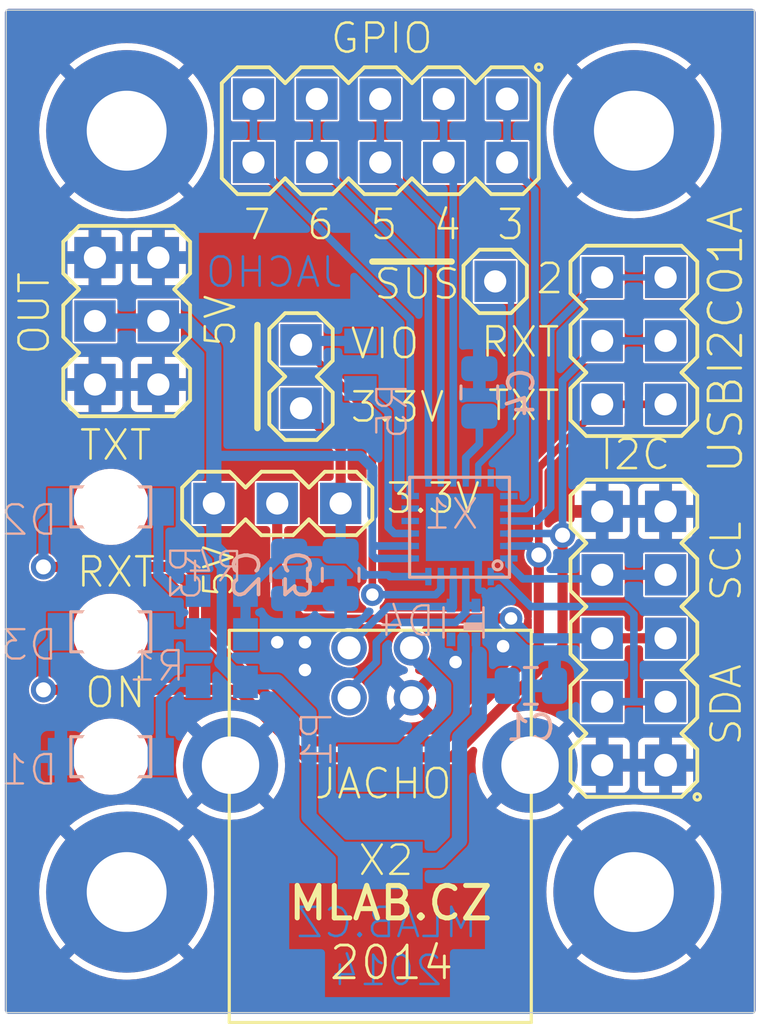
<source format=kicad_pcb>
(kicad_pcb (version 20171130) (host pcbnew "(5.1.4-0-10_14)")
  (title_block (rev "I2CUSB01A") (company "MLAB"))
  (layers (0 F.Cu signal) (31 B.Cu signal hide) (34 B.Paste user) (35 F.Paste user) (36 B.SilkS user) (37 F.SilkS user) (38 B.Mask user) (39 F.Mask user) (44 Edge.Cuts user))
  (net 0 "")
  (net 1 "GND")
  (net 2 "+3.3V")
  (net 3 "+5V")
  (net 4 "Net-(C4-Pad1)")
  (net 5 "Net-(D1-PadA)")
  (net 6 "Net-(D2-PadA)")
  (net 7 "Net-(D2-PadK)")
  (net 8 "Net-(D3-PadA)")
  (net 9 "Net-(P1-Pad1)")
  (net 10 "Net-(R5-Pad1)")
  (net 11 "Net-(R5-Pad2)")
  (net 12 "Net-(SV5-Pad1)")
  (net 13 "Net-(X1-PadP$15)")
  (net 14 "Net-(X1-PadP$14)")
  (net 15 "Net-(X1-PadP$13)")
  (net 16 "Net-(X1-PadP$12)")
  (net 17 "Net-(SV7-Pad1)")
  (net 18 "Net-(D4-Pad4)")
  (net 19 "Net-(D4-Pad5)")
  (net 22 "Net-(X1-PadP$22)")
  (net 23 "Net-(X1-PadP$21)")
  (net 24 "Net-(X1-PadP$1)")
  (net 25 "Net-(SV3-Pad2)")
  (net 26 "Net-(X1-PadP$24)")
  (module "untitled:SROUB3M" (layer "F.Cu") (at 138.3411 89.7636)
    (fp_text reference "X4" hide)
    (fp_text value "SROUB3M" hide)
    (pad "P$1" thru_hole circle (at 0 0) (size 6.4516 6.4516) (drill 3.2) (layers *.Cu *.Mask) (net 1 "GND"))
  )
  (module "untitled:SROUB3M" (layer "F.Cu") (at 138.3411 120.2436)
    (fp_text reference "X3" hide)
    (fp_text value "SROUB3M" hide)
    (pad "P$1" thru_hole circle (at 0 0) (size 6.4516 6.4516) (drill 3.2) (layers *.Cu *.Mask) (net 1 "GND"))
  )
  (module "untitled:MA01-1" (layer "F.Cu") (at 153.10485 95.7961)
    (fp_text reference "SV7" hide)
    (fp_text value "MA01-1")
    (pad "1" thru_hole rect (at 0 0 90) (size 1.651 1.651) (drill 0.889) (layers *.Cu *.Mask) (net 17 "Net-(SV7-Pad1)"))
  )
  (module "untitled:MA03-2" (layer "F.Cu") (at 158.6611 98.17735 90)
    (fp_text reference "SV4" hide)
    (fp_text value "MA03-2")
    (pad "1" thru_hole rect (at -2.54 1.27 90) (size 1.651 1.651) (drill 0.889) (layers *.Cu *.Mask) (net 7 "Net-(D2-PadK)"))
    (pad "2" thru_hole rect (at -2.54 -1.27 90) (size 1.651 1.651) (drill 0.889) (layers *.Cu *.Mask) (net 7 "Net-(D2-PadK)"))
    (pad "3" thru_hole rect (at 0 1.27 90) (size 1.651 1.651) (drill 0.889) (layers *.Cu *.Mask) (net 22 "Net-(X1-PadP$22)"))
    (pad "4" thru_hole rect (at 0 -1.27 90) (size 1.651 1.651) (drill 0.889) (layers *.Cu *.Mask) (net 22 "Net-(X1-PadP$22)"))
    (pad "5" thru_hole rect (at 2.54 1.27 90) (size 1.651 1.651) (drill 0.889) (layers *.Cu *.Mask) (net 23 "Net-(X1-PadP$21)"))
    (pad "6" thru_hole rect (at 2.54 -1.27 90) (size 1.651 1.651) (drill 0.889) (layers *.Cu *.Mask) (net 23 "Net-(X1-PadP$21)"))
  )
  (module "untitled:SROUB3M" (layer "F.Cu") (at 158.6611 89.7636)
    (fp_text reference "X6" hide)
    (fp_text value "SROUB3M" hide)
    (pad "P$1" thru_hole circle (at 0 0) (size 6.4516 6.4516) (drill 3.2) (layers *.Cu *.Mask) (net 1 "GND"))
  )
  (module "untitled:MA03-1" (layer "F.Cu") (at 144.3736 104.6861 180)
    (fp_text reference "SV3" hide)
    (fp_text value "MA03-1")
    (pad "1" thru_hole rect (at -2.54 0 270) (size 1.651 1.651) (drill 0.889) (layers *.Cu *.Mask) (net 2 "+3.3V"))
    (pad "2" thru_hole rect (at 0 0 270) (size 1.651 1.651) (drill 0.889) (layers *.Cu *.Mask) (net 25 "Net-(SV3-Pad2)"))
    (pad "3" thru_hole rect (at 2.54 0 270) (size 1.651 1.651) (drill 0.889) (layers *.Cu *.Mask) (net 3 "+5V"))
  )
  (module "untitled:MA03-2" (layer "F.Cu") (at 138.3411 97.3836 90)
    (fp_text reference "SV6" hide)
    (fp_text value "MA03-2")
    (pad "1" thru_hole rect (at -2.54 1.27 90) (size 1.651 1.651) (drill 0.889) (layers *.Cu *.Mask) (net 1 "GND"))
    (pad "2" thru_hole rect (at -2.54 -1.27 90) (size 1.651 1.651) (drill 0.889) (layers *.Cu *.Mask) (net 1 "GND"))
    (pad "3" thru_hole rect (at 0 1.27 90) (size 1.651 1.651) (drill 0.889) (layers *.Cu *.Mask) (net 3 "+5V"))
    (pad "4" thru_hole rect (at 0 -1.27 90) (size 1.651 1.651) (drill 0.889) (layers *.Cu *.Mask) (net 3 "+5V"))
    (pad "5" thru_hole rect (at 2.54 1.27 90) (size 1.651 1.651) (drill 0.889) (layers *.Cu *.Mask) (net 1 "GND"))
    (pad "6" thru_hole rect (at 2.54 -1.27 90) (size 1.651 1.651) (drill 0.889) (layers *.Cu *.Mask) (net 1 "GND"))
  )
  (module "untitled:MA05-2" (layer "F.Cu") (at 158.6611 110.0836 90)
    (fp_text reference "SV2" hide)
    (fp_text value "MA05-2")
    (pad "1" thru_hole rect (at -5.08 1.27 90) (size 1.651 1.651) (drill 0.9144) (layers *.Cu *.Mask) (net 1 "GND"))
    (pad "2" thru_hole rect (at -5.08 -1.27 90) (size 1.651 1.651) (drill 0.889) (layers *.Cu *.Mask) (net 1 "GND"))
    (pad "3" thru_hole rect (at -2.54 1.27 90) (size 1.651 1.651) (drill 0.889) (layers *.Cu *.Mask) (net 24 "Net-(X1-PadP$1)"))
    (pad "4" thru_hole rect (at -2.54 -1.27 90) (size 1.651 1.651) (drill 0.889) (layers *.Cu *.Mask) (net 24 "Net-(X1-PadP$1)"))
    (pad "5" thru_hole rect (at 0 1.27 90) (size 1.651 1.651) (drill 0.889) (layers *.Cu *.Mask) (net 25 "Net-(SV3-Pad2)"))
    (pad "6" thru_hole rect (at 0 -1.27 90) (size 1.651 1.651) (drill 0.889) (layers *.Cu *.Mask) (net 25 "Net-(SV3-Pad2)"))
    (pad "7" thru_hole rect (at 2.54 1.27 90) (size 1.651 1.651) (drill 0.889) (layers *.Cu *.Mask) (net 26 "Net-(X1-PadP$24)"))
    (pad "8" thru_hole rect (at 2.54 -1.27 90) (size 1.651 1.651) (drill 0.889) (layers *.Cu *.Mask) (net 26 "Net-(X1-PadP$24)"))
    (pad "9" thru_hole rect (at 5.08 1.27 90) (size 1.651 1.651) (drill 0.889) (layers *.Cu *.Mask) (net 1 "GND"))
    (pad "10" thru_hole rect (at 5.08 -1.27 90) (size 1.651 1.651) (drill 0.889) (layers *.Cu *.Mask) (net 1 "GND"))
  )
  (module "untitled:SROUB3M" (layer "F.Cu") (at 158.6611 120.2436)
    (fp_text reference "X5" hide)
    (fp_text value "SROUB3M" hide)
    (pad "P$1" thru_hole circle (at 0 0) (size 6.4516 6.4516) (drill 3.2) (layers *.Cu *.Mask) (net 1 "GND"))
  )
  (module "untitled:MA05-2" (layer "F.Cu") (at 148.5011 89.7636 180)
    (fp_text reference "SV5" hide)
    (fp_text value "MA05-2")
    (pad "1" thru_hole rect (at -5.08 1.27 180) (size 1.651 1.651) (drill 0.9144) (layers *.Cu *.Mask) (net 12 "Net-(SV5-Pad1)"))
    (pad "2" thru_hole rect (at -5.08 -1.27 180) (size 1.651 1.651) (drill 0.889) (layers *.Cu *.Mask) (net 12 "Net-(SV5-Pad1)"))
    (pad "3" thru_hole rect (at -2.54 1.27 180) (size 1.651 1.651) (drill 0.889) (layers *.Cu *.Mask) (net 13 "Net-(X1-PadP$15)"))
    (pad "4" thru_hole rect (at -2.54 -1.27 180) (size 1.651 1.651) (drill 0.889) (layers *.Cu *.Mask) (net 13 "Net-(X1-PadP$15)"))
    (pad "5" thru_hole rect (at 0 1.27 180) (size 1.651 1.651) (drill 0.889) (layers *.Cu *.Mask) (net 14 "Net-(X1-PadP$14)"))
    (pad "6" thru_hole rect (at 0 -1.27 180) (size 1.651 1.651) (drill 0.889) (layers *.Cu *.Mask) (net 14 "Net-(X1-PadP$14)"))
    (pad "7" thru_hole rect (at 2.54 1.27 180) (size 1.651 1.651) (drill 0.889) (layers *.Cu *.Mask) (net 15 "Net-(X1-PadP$13)"))
    (pad "8" thru_hole rect (at 2.54 -1.27 180) (size 1.651 1.651) (drill 0.889) (layers *.Cu *.Mask) (net 15 "Net-(X1-PadP$13)"))
    (pad "9" thru_hole rect (at 5.08 1.27 180) (size 1.651 1.651) (drill 0.889) (layers *.Cu *.Mask) (net 16 "Net-(X1-PadP$12)"))
    (pad "10" thru_hole rect (at 5.08 -1.27 180) (size 1.651 1.651) (drill 0.889) (layers *.Cu *.Mask) (net 16 "Net-(X1-PadP$12)"))
  )
  (module "untitled:MA02-1" (layer "F.Cu") (at 145.3261 99.6061 90)
    (fp_text reference "SV1" hide)
    (fp_text value "MA02-1" hide)
    (pad "1" thru_hole rect (at -1.27 0 180) (size 1.651 1.651) (drill 0.889) (layers *.Cu *.Mask) (net 2 "+3.3V"))
    (pad "2" thru_hole rect (at 1.27 0 180) (size 1.651 1.651) (drill 0.889) (layers *.Cu *.Mask) (net 11 "Net-(R5-Pad2)"))
  )
  (module "untitled:USB_B" (layer "F.Cu") (at 148.5011 115.1636)
    (fp_text reference "X2" (at -0.9525 3.81) (layer "F.SilkS") (effects (font (size 1.176528 1.176528) (thickness 0.093472)) (justify left)))
    (fp_text value "USB_B")
    (pad "1" thru_hole circle (at 1.25 -4.7) (size 1.4224 1.4224) (drill 0.92) (layers *.Cu *.Mask) (net 9 "Net-(P1-Pad1)"))
    (pad "2" thru_hole circle (at -1.25 -4.7) (size 1.4224 1.4224) (drill 0.92) (layers *.Cu *.Mask) (net 18 "Net-(D4-Pad4)"))
    (pad "3" thru_hole circle (at -1.25 -2.7) (size 1.4224 1.4224) (drill 0.92) (layers *.Cu *.Mask) (net 19 "Net-(D4-Pad5)"))
    (pad "4" thru_hole circle (at 1.25 -2.7) (size 1.4224 1.4224) (drill 0.92) (layers *.Cu *.Mask) (net 1 "GND"))
    (pad "GND" thru_hole circle (at -6 0) (size 3.81 3.81) (drill 2.3) (layers *.Cu *.Mask) (net 1 "GND"))
    (pad "GND2" thru_hole circle (at 6 0) (size 3.81 3.81) (drill 2.3) (layers *.Cu *.Mask) (net 1 "GND"))
  )
  (module "untitled:1206_2" (layer "B.Cu") (at 137.7061 104.8236 -90)
    (fp_text reference "D2" (at 0.53125 2.0575 -180) (layer "B.SilkS") (effects (font (size 1.176528 1.176528) (thickness 0.093472)) (justify left mirror)))
    (fp_text value "CERVENA" hide)
    (pad "" np_thru_hole circle (at 0 0 270) (size 2.7 2.7) (drill 2.7) (layers *.Cu *.Mask))
    (pad "A" smd rect (at 0 -2 270) (size 1.5 1.05) (layers "B.Cu" "B.Paste" "B.Mask") (net 6 "Net-(D2-PadA)"))
    (pad "K" smd rect (at 0 2 270) (size 1.5 1.05) (layers "B.Cu" "B.Paste" "B.Mask") (net 7 "Net-(D2-PadK)"))
  )
  (module "untitled:1812" (layer "B.Cu") (at 148.5011 117.22735 -90)
    (fp_text reference "P1" (at -1.905 2.54 -270) (layer "B.SilkS") (effects (font (size 1.176528 1.176528) (thickness 0.093472)) (justify right mirror)))
    (fp_text value "750mA")
    (pad "1" smd rect (at -1.95 0 270) (size 1.9 3.4) (layers "B.Cu" "B.Paste" "B.Mask") (net 9 "Net-(P1-Pad1)"))
    (pad "2" smd rect (at 1.95 0 270) (size 1.9 3.4) (layers "B.Cu" "B.Paste" "B.Mask") (net 3 "+5V"))
  )
  (module "untitled:0805" (layer "B.Cu") (at 147.70735 99.12985 90)
    (fp_text reference "R5" (at -0.635 1.27 90) (layer "B.SilkS") (effects (font (size 1.176528 1.176528) (thickness 0.093472)) (justify left mirror)))
    (fp_text value "4k7")
    (pad "1" smd rect (at -0.95 0 90) (size 0.9906 1.2954) (layers "B.Cu" "B.Paste" "B.Mask") (net 10 "Net-(R5-Pad1)"))
    (pad "2" smd rect (at 0.95 0 90) (size 0.9906 1.2954) (layers "B.Cu" "B.Paste" "B.Mask") (net 11 "Net-(R5-Pad2)"))
  )
  (module "untitled:1206_2" (layer "B.Cu") (at 137.7061 114.8236 -90)
    (fp_text reference "D1" (at 0.53125 2.0575 -180) (layer "B.SilkS") (effects (font (size 1.176528 1.176528) (thickness 0.093472)) (justify left mirror)))
    (fp_text value "ZELENA" hide)
    (pad "" np_thru_hole circle (at 0 0 270) (size 2.7 2.7) (drill 2.7) (layers *.Cu *.Mask))
    (pad "A" smd rect (at 0 -2 270) (size 1.5 1.05) (layers "B.Cu" "B.Paste" "B.Mask") (net 5 "Net-(D1-PadA)"))
    (pad "K" smd rect (at 0 2 270) (size 1.5 1.05) (layers "B.Cu" "B.Paste" "B.Mask") (net 1 "GND"))
  )
  (module "untitled:0805" (layer "B.Cu") (at 142.1511 108.1786 180)
    (fp_text reference "R4" (at -0.9525 0.9525) (layer "B.SilkS") (effects (font (size 1.176528 1.176528) (thickness 0.093472)) (justify left mirror)))
    (fp_text value "470R")
    (pad "1" smd rect (at -0.95 0 180) (size 0.9906 1.2954) (layers "B.Cu" "B.Paste" "B.Mask") (net 2 "+3.3V"))
    (pad "2" smd rect (at 0.95 0 180) (size 0.9906 1.2954) (layers "B.Cu" "B.Paste" "B.Mask") (net 6 "Net-(D2-PadA)"))
  )
  (module "untitled:0805" (layer "B.Cu") (at 142.1511 109.92485 180)
    (fp_text reference "R3" (at 1.42875 1.27 270) (layer "B.SilkS") (effects (font (size 1.176528 1.176528) (thickness 0.093472)) (justify right mirror)))
    (fp_text value "470R")
    (pad "1" smd rect (at -0.95 0 180) (size 0.9906 1.2954) (layers "B.Cu" "B.Paste" "B.Mask") (net 2 "+3.3V"))
    (pad "2" smd rect (at 0.95 0 180) (size 0.9906 1.2954) (layers "B.Cu" "B.Paste" "B.Mask") (net 8 "Net-(D3-PadA)"))
  )
  (module "Capacitor_SMD:C_0805_2012Metric" (layer "B.Cu") (at 154.5336 111.9886)
    (fp_text reference "C1" (at 0 1.68 180) (layer "B.SilkS") (effects (justify mirror)))
    (fp_text value "1uF")
    (pad "1" smd roundrect (at -0.95 0) (size 1 1.45) (layers "B.Cu" "B.Paste" "B.Mask") (net 3 "+5V"))
    (pad "2" smd roundrect (at 0.95 0) (size 1 1.45) (layers "B.Cu" "B.Paste" "B.Mask") (net 1 "GND"))
  )
  (module "untitled:1206_2" (layer "B.Cu") (at 137.7061 109.8236 -90)
    (fp_text reference "D3" (at 0.53125 2.0575 -180) (layer "B.SilkS") (effects (font (size 1.176528 1.176528) (thickness 0.093472)) (justify left mirror)))
    (fp_text value "CERVENA" hide)
    (pad "" np_thru_hole circle (at 0 0 270) (size 2.7 2.7) (drill 2.7) (layers *.Cu *.Mask))
    (pad "A" smd rect (at 0 -2 270) (size 1.5 1.05) (layers "B.Cu" "B.Paste" "B.Mask") (net 8 "Net-(D3-PadA)"))
    (pad "K" smd rect (at 0 2 270) (size 1.5 1.05) (layers "B.Cu" "B.Paste" "B.Mask") (net 22 "Net-(X1-PadP$22)"))
  )
  (module "Capacitor_SMD:C_0805_2012Metric" (layer "B.Cu") (at 146.9136 107.5436 -90)
    (fp_text reference "C3" (at 0 1.68 90) (layer "B.SilkS") (effects (justify mirror)))
    (fp_text value "100nF")
    (pad "1" smd roundrect (at -0.95 0 270) (size 1 1.45) (layers "B.Cu" "B.Paste" "B.Mask") (net 2 "+3.3V"))
    (pad "2" smd roundrect (at 0.95 0 270) (size 1 1.45) (layers "B.Cu" "B.Paste" "B.Mask") (net 1 "GND"))
  )
  (module "untitled:SOT553" (layer "B.Cu") (at 151.83485 109.4486 180)
    (fp_text reference "D4" (at 1.06375 0.0475) (layer "B.SilkS") (effects (font (size 1.176528 1.176528) (thickness 0.093472)) (justify left mirror)))
    (fp_text value "SP1001-04XTG")
    (pad "1" smd rect (at -0.5 -0.675 180) (size 0.35 0.55) (layers "B.Cu" "B.Paste" "B.Mask") (net 3 "+5V"))
    (pad "2" smd rect (at 0 -0.675 180) (size 0.35 0.55) (layers "B.Cu" "B.Paste" "B.Mask") (net 1 "GND"))
    (pad "3" smd rect (at 0.5 -0.675 180) (size 0.35 0.55) (layers "B.Cu" "B.Paste" "B.Mask"))
    (pad "4" smd rect (at 0.5 0.675) (size 0.35 0.55) (layers "B.Cu" "B.Paste" "B.Mask") (net 18 "Net-(D4-Pad4)"))
    (pad "5" smd rect (at -0.5 0.675) (size 0.35 0.55) (layers "B.Cu" "B.Paste" "B.Mask") (net 19 "Net-(D4-Pad5)"))
  )
  (module "untitled:QFN-24" (layer "B.Cu") (at 151.6761 105.6386 90)
    (fp_text reference "X1" (at 0.5275 0.845 180) (layer "B.SilkS") (effects (font (size 1.176528 1.176528) (thickness 0.093472)) (justify left mirror)))
    (fp_text value "CP2112" hide)
    (pad "P$1" smd rect (at -1.975 1.25 90) (size 0.7 0.25) (layers "B.Cu" "B.Paste" "B.Mask") (net 24 "Net-(X1-PadP$1)"))
    (pad "P$2" smd rect (at -1.975 0.75 90) (size 0.7 0.25) (layers "B.Cu" "B.Paste" "B.Mask") (net 1 "GND"))
    (pad "P$3" smd rect (at -1.975 0.25 90) (size 0.7 0.25) (layers "B.Cu" "B.Paste" "B.Mask") (net 19 "Net-(D4-Pad5)"))
    (pad "P$4" smd rect (at -1.975 -0.25 90) (size 0.7 0.25) (layers "B.Cu" "B.Paste" "B.Mask") (net 18 "Net-(D4-Pad4)"))
    (pad "P$5" smd rect (at -1.975 -0.75 90) (size 0.7 0.25) (layers "B.Cu" "B.Paste" "B.Mask") (net 11 "Net-(R5-Pad2)"))
    (pad "P$6" smd rect (at -1.975 -1.25 90) (size 0.7 0.25) (layers "B.Cu" "B.Paste" "B.Mask") (net 2 "+3.3V"))
    (pad "P$7" smd rect (at -1.25 -1.975) (size 0.7 0.25) (layers "B.Cu" "B.Paste" "B.Mask") (net 3 "+5V"))
    (pad "P$8" smd rect (at -0.75 -1.975) (size 0.7 0.25) (layers "B.Cu" "B.Paste" "B.Mask") (net 3 "+5V"))
    (pad "P$9" smd rect (at -0.25 -1.975) (size 0.7 0.25) (layers "B.Cu" "B.Paste" "B.Mask") (net 10 "Net-(R5-Pad1)"))
    (pad "P$10" smd rect (at 0.25 -1.975) (size 0.7 0.25) (layers "B.Cu" "B.Paste" "B.Mask"))
    (pad "P$11" smd rect (at 0.75 -1.975) (size 0.7 0.25) (layers "B.Cu" "B.Paste" "B.Mask"))
    (pad "P$12" smd rect (at 1.25 -1.975) (size 0.7 0.25) (layers "B.Cu" "B.Paste" "B.Mask") (net 16 "Net-(X1-PadP$12)"))
    (pad "P$13" smd rect (at 1.975 -1.25 270) (size 0.7 0.25) (layers "B.Cu" "B.Paste" "B.Mask") (net 15 "Net-(X1-PadP$13)"))
    (pad "P$14" smd rect (at 1.975 -0.75 270) (size 0.7 0.25) (layers "B.Cu" "B.Paste" "B.Mask") (net 14 "Net-(X1-PadP$14)"))
    (pad "P$15" smd rect (at 1.975 -0.25 270) (size 0.7 0.25) (layers "B.Cu" "B.Paste" "B.Mask") (net 13 "Net-(X1-PadP$15)"))
    (pad "P$16" smd rect (at 1.975 0.25 270) (size 0.7 0.25) (layers "B.Cu" "B.Paste" "B.Mask") (net 4 "Net-(C4-Pad1)"))
    (pad "P$17" smd rect (at 1.975 0.75 270) (size 0.7 0.25) (layers "B.Cu" "B.Paste" "B.Mask") (net 17 "Net-(SV7-Pad1)"))
    (pad "P$18" smd rect (at 1.975 1.25 270) (size 0.7 0.25) (layers "B.Cu" "B.Paste" "B.Mask"))
    (pad "P$19" smd rect (at 1.25 1.975 180) (size 0.7 0.25) (layers "B.Cu" "B.Paste" "B.Mask"))
    (pad "P$20" smd rect (at 0.75 1.975 180) (size 0.7 0.25) (layers "B.Cu" "B.Paste" "B.Mask") (net 12 "Net-(SV5-Pad1)"))
    (pad "P$21" smd rect (at 0.25 1.975 180) (size 0.7 0.25) (layers "B.Cu" "B.Paste" "B.Mask") (net 23 "Net-(X1-PadP$21)"))
    (pad "P$22" smd rect (at -0.25 1.975 180) (size 0.7 0.25) (layers "B.Cu" "B.Paste" "B.Mask") (net 22 "Net-(X1-PadP$22)"))
    (pad "P$23" smd rect (at -0.75 1.975 180) (size 0.7 0.25) (layers "B.Cu" "B.Paste" "B.Mask") (net 7 "Net-(D2-PadK)"))
    (pad "P$24" smd rect (at -1.25 1.975 180) (size 0.7 0.25) (layers "B.Cu" "B.Paste" "B.Mask") (net 26 "Net-(X1-PadP$24)"))
    (pad "P$25" smd rect (at 0 0 90) (size 2.7 2.7) (layers "B.Cu" "B.Paste" "B.Mask") (net 1 "GND"))
  )
  (module "untitled:0805" (layer "B.Cu") (at 142.1511 111.82985)
    (fp_text reference "R1" (at -3.81 -0.635) (layer "B.SilkS") (effects (font (size 1.176528 1.176528) (thickness 0.093472)) (justify right mirror)))
    (fp_text value "470R")
    (pad "1" smd rect (at -0.95 0) (size 0.9906 1.2954) (layers "B.Cu" "B.Paste" "B.Mask") (net 5 "Net-(D1-PadA)"))
    (pad "2" smd rect (at 0.95 0) (size 0.9906 1.2954) (layers "B.Cu" "B.Paste" "B.Mask") (net 3 "+5V"))
  )
  (module "Capacitor_SMD:C_0805_2012Metric" (layer "B.Cu") (at 152.46985 100.2411 90)
    (fp_text reference "C4" (at 0 1.68 270) (layer "B.SilkS") (effects (justify mirror)))
    (fp_text value "4u7")
    (pad "1" smd roundrect (at -0.95 0 90) (size 1 1.45) (layers "B.Cu" "B.Paste" "B.Mask") (net 4 "Net-(C4-Pad1)"))
    (pad "2" smd roundrect (at 0.95 0 90) (size 1 1.45) (layers "B.Cu" "B.Paste" "B.Mask") (net 1 "GND"))
  )
  (module "Capacitor_SMD:C_0805_2012Metric" (layer "B.Cu") (at 144.84985 107.5436 -90)
    (fp_text reference "C2" (at 0 1.68 90) (layer "B.SilkS") (effects (justify mirror)))
    (fp_text value "10uF")
    (pad "1" smd roundrect (at -0.95 0 270) (size 1 1.45) (layers "B.Cu" "B.Paste" "B.Mask") (net 2 "+3.3V"))
    (pad "2" smd roundrect (at 0.95 0 270) (size 1 1.45) (layers "B.Cu" "B.Paste" "B.Mask") (net 1 "GND"))
  )
  (gr_line (start 143.57985 101.66985) (end 143.57985 97.54235) (layer "F.SilkS") (width 0.254))
  (gr_line (start 148.1836 95.00235) (end 151.3586 95.00235) (layer "F.SilkS") (width 0.254))
  (gr_line (start 133.5151 84.9376) (end 133.5151 125.0696) (layer "Edge.Cuts") (width 0.05))
  (gr_line (start 133.5151 125.0696) (end 163.4871 125.0696) (layer "Edge.Cuts") (width 0.05))
  (gr_line (start 163.4871 125.0696) (end 163.4871 84.9376) (layer "Edge.Cuts") (width 0.05))
  (gr_line (start 163.4871 84.9376) (end 133.5151 84.9376) (layer "Edge.Cuts") (width 0.05))
  (gr_text "MLAB.CZ" (at 152.46985 122.1486) (layer "B.Cu") (effects (font (size 1.1684 1.1684) (thickness 0.1016)) (justify left bottom mirror)))
  (gr_text "2014" (at 151.0651 124.0696) (layer "B.Cu") (effects (font (size 1.1684 1.1684) (thickness 0.1016)) (justify left bottom mirror)))
  (gr_text "JACHO" (at 147.07235 96.1136) (layer "B.Cu") (effects (font (size 1.1684 1.1684) (thickness 0.1016)) (justify left bottom mirror)))
  (gr_text "OUT" (at 135.32485 98.81235 90) (layer "F.SilkS") (effects (font (size 1.1684 1.1684) (thickness 0.1016)) (justify left bottom)))
  (gr_text "MLAB.CZ" (at 153.10485 119.9261) (layer "F.SilkS") (effects (font (size 1.3 1.3) (thickness 0.2)) (justify right top)))
  (gr_text "7" (at 142.94485 94.2086) (layer "F.SilkS") (effects (font (size 1.1684 1.1684) (thickness 0.1016)) (justify left bottom)))
  (gr_text "GPIO" (at 146.43735 86.74735) (layer "F.SilkS") (effects (font (size 1.1684 1.1684) (thickness 0.1016)) (justify left bottom)))
  (gr_text "SCL" (at 161.67735 105.3211 90) (layer "F.SilkS") (effects (font (size 1.1684 1.1684) (thickness 0.1016)) (justify right top)))
  (gr_text "JACHO" (at 145.80235 116.59235) (layer "F.SilkS") (effects (font (size 1.1684 1.1684) (thickness 0.1016)) (justify left bottom)))
  (gr_text "6" (at 145.48485 94.2086) (layer "F.SilkS") (effects (font (size 1.1684 1.1684) (thickness 0.1016)) (justify left bottom)))
  (gr_text "2014" (at 151.51735 122.30735) (layer "F.SilkS") (effects (font (size 1.308608 1.308608) (thickness 0.113792)) (justify right top)))
  (gr_text "I2C" (at 157.23235 103.4161) (layer "F.SilkS") (effects (font (size 1.1684 1.1684) (thickness 0.1016)) (justify left bottom)))
  (gr_text "TXT" (at 139.40985 101.66985) (layer "F.SilkS") (effects (font (size 1.1684 1.1684) (thickness 0.1016)) (justify right top)))
  (gr_text "2" (at 155.91985 95.00235) (layer "F.SilkS") (effects (font (size 1.1684 1.1684) (thickness 0.1016)) (justify right top)))
  (gr_text "SUS" (at 148.1836 96.58985) (layer "F.SilkS") (effects (font (size 1.1684 1.1684) (thickness 0.1016)) (justify left bottom)))
  (gr_text "SDA" (at 161.67735 111.0361 90) (layer "F.SilkS") (effects (font (size 1.1684 1.1684) (thickness 0.1016)) (justify right top)))
  (gr_text "5" (at 148.02485 94.2086) (layer "F.SilkS") (effects (font (size 1.1684 1.1684) (thickness 0.1016)) (justify left bottom)))
  (gr_text "TXT" (at 155.7611 100.08235) (layer "F.SilkS") (effects (font (size 1.1684 1.1684) (thickness 0.1016)) (justify right top)))
  (gr_text "USBI2C01A" (at 163.1061 103.57485 90) (layer "F.SilkS") (effects (font (size 1.308608 1.308608) (thickness 0.113792)) (justify left bottom)))
  (gr_text "3.3V" (at 147.2311 101.5111) (layer "F.SilkS") (effects (font (size 1.1684 1.1684) (thickness 0.1016)) (justify left bottom)))
  (gr_text "4" (at 150.56485 94.2086) (layer "F.SilkS") (effects (font (size 1.1684 1.1684) (thickness 0.1016)) (justify left bottom)))
  (gr_text "RXT" (at 139.5686 106.74985) (layer "F.SilkS") (effects (font (size 1.1684 1.1684) (thickness 0.1016)) (justify right top)))
  (gr_text "VIO" (at 147.2311 98.9711) (layer "F.SilkS") (effects (font (size 1.1684 1.1684) (thickness 0.1016)) (justify left bottom)))
  (gr_text "3" (at 153.10485 94.2086) (layer "F.SilkS") (effects (font (size 1.1684 1.1684) (thickness 0.1016)) (justify left bottom)))
  (gr_text "RXT" (at 155.7611 97.54235) (layer "F.SilkS") (effects (font (size 1.1684 1.1684) (thickness 0.1016)) (justify right top)))
  (gr_text "5V" (at 141.35735 106.2736 90) (layer "F.SilkS") (effects (font (size 1.1684 1.1684) (thickness 0.1016)) (justify right top)))
  (gr_text "5V" (at 142.7861 98.49485 90) (layer "F.SilkS") (effects (font (size 1.1684 1.1684) (thickness 0.1016)) (justify left bottom)))
  (gr_text "ON" (at 136.59485 112.9411) (layer "F.SilkS") (effects (font (size 1.1684 1.1684) (thickness 0.1016)) (justify left bottom)))
  (gr_text "3.3V" (at 148.65985 105.16235) (layer "F.SilkS") (effects (font (size 1.1684 1.1684) (thickness 0.1016)) (justify left bottom)))
  (via (at 151.51735 111.0361) (size 0.9064) (drill 0.5) (layers "F.Cu" "B.Cu") (net 1))
  (via (at 153.42235 110.4011) (size 0.9064) (drill 0.5) (layers "F.Cu" "B.Cu") (net 1))
  (via (at 145.48485 111.3536) (size 0.9064) (drill 0.5) (layers "F.Cu" "B.Cu") (net 1))
  (via (at 145.48485 110.24235) (size 0.9064) (drill 0.5) (layers "F.Cu" "B.Cu") (net 1))
  (via (at 144.3736 110.24235) (size 0.9064) (drill 0.5) (layers "F.Cu" "B.Cu") (net 1))
  (via (at 154.8511 106.74985) (size 1.0064) (drill 0.6) (layers "F.Cu" "B.Cu") (net 7))
  (via (at 135.00735 107.2261) (size 1.0064) (drill 0.6) (layers "F.Cu" "B.Cu") (net 7))
  (via (at 148.1836 108.33735) (size 0.9064) (drill 0.5) (layers "F.Cu" "B.Cu") (net 11))
  (via (at 135.00735 112.14735) (size 1.0064) (drill 0.6) (layers "F.Cu" "B.Cu") (net 22))
  (via (at 155.8036 105.9561) (size 1.0064) (drill 0.6) (layers "F.Cu" "B.Cu") (net 22))
  (via (at 153.73985 109.28985) (size 0.9064) (drill 0.5) (layers "F.Cu" "B.Cu") (net 25))
  (segment (start 152.4261 106.3886) (end 151.6761 105.6386) (width 0.3048) (layer "B.Cu") (net 1))
  (segment (start 152.4261 107.6136) (end 152.4261 106.3886) (width 0.3048) (layer "B.Cu") (net 1))
  (segment (start 152.4261 108.13485) (end 152.46985 108.1786) (width 0.254) (layer "B.Cu") (net 1))
  (segment (start 152.6286 108.1786) (end 153.10485 108.65485) (width 0.254) (layer "B.Cu") (net 1))
  (segment (start 152.4261 107.6136) (end 152.4261 108.13485) (width 0.254) (layer "B.Cu") (net 1))
  (segment (start 152.46985 108.1786) (end 152.6286 108.1786) (width 0.254) (layer "B.Cu") (net 1))
  (segment (start 146.9136 104.6861) (end 146.9136 102.4636) (width 0.4064) (layer "F.Cu") (net 2))
  (segment (start 146.9136 102.4636) (end 145.3261 100.8761) (width 0.4064) (layer "F.Cu") (net 2))
  (segment (start 148.8886 107.6136) (end 148.8186 107.5436) (width 0.3048) (layer "B.Cu") (net 2))
  (segment (start 146.9136 106.5936) (end 144.84985 106.5936) (width 0.4064) (layer "B.Cu") (net 2))
  (segment (start 148.8186 107.5436) (end 147.8636 107.5436) (width 0.3048) (layer "B.Cu") (net 2))
  (segment (start 143.1011 108.1786) (end 144.6861 106.5936) (width 0.4064) (layer "B.Cu") (net 2))
  (segment (start 143.1011 109.92485) (end 143.1011 108.1786) (width 0.4064) (layer "B.Cu") (net 2))
  (segment (start 150.4261 107.6136) (end 148.8886 107.6136) (width 0.3048) (layer "B.Cu") (net 2))
  (segment (start 144.6861 106.5936) (end 144.84985 106.5936) (width 0.4064) (layer "B.Cu") (net 2))
  (segment (start 147.8636 107.5436) (end 147.70485 107.38485) (width 0.4064) (layer "B.Cu") (net 2))
  (segment (start 146.9136 106.5936) (end 146.9136 104.6861) (width 0.4064) (layer "B.Cu") (net 2))
  (segment (start 147.70485 107.38485) (end 146.9136 106.5936) (width 0.4064) (layer "B.Cu") (net 2))
  (segment (start 152.33485 110.69485) (end 152.46985 110.7186) (width 0.3048) (layer "B.Cu") (net 3))
  (segment (start 148.32235 106.8886) (end 148.1836 106.74985) (width 0.3048) (layer "B.Cu") (net 3))
  (segment (start 148.2986 106.3886) (end 148.1836 106.2736) (width 0.3048) (layer "B.Cu") (net 3))
  (segment (start 148.1836 106.2736) (end 148.1836 105.16235) (width 0.3048) (layer "B.Cu") (net 3))
  (segment (start 149.7011 106.8886) (end 148.63985 106.8886) (width 0.3048) (layer "B.Cu") (net 3))
  (segment (start 151.6761 114.05235) (end 151.6761 118.17985) (width 0.6096) (layer "B.Cu") (net 3))
  (segment (start 139.6111 97.3836) (end 140.72235 97.3836) (width 0.6096) (layer "B.Cu") (net 3))
  (segment (start 141.8336 104.6861) (end 141.8336 102.7811) (width 0.6096) (layer "B.Cu") (net 3))
  (segment (start 141.8336 98.49485) (end 140.8811 97.54235) (width 0.6096) (layer "B.Cu") (net 3))
  (segment (start 148.1836 103.57485) (end 148.1836 105.16235) (width 0.4064) (layer "B.Cu") (net 3))
  (segment (start 148.1836 103.25735) (end 147.70735 102.7811) (width 0.4064) (layer "B.Cu") (net 3))
  (segment (start 152.33485 113.3936) (end 152.46985 113.2586) (width 0.6096) (layer "B.Cu") (net 3))
  (segment (start 152.3111 113.41735) (end 151.6761 114.05235) (width 0.6096) (layer "B.Cu") (net 3))
  (segment (start 142.1511 106.74985) (end 142.1511 107.06735) (width 0.6096) (layer "B.Cu") (net 3))
  (segment (start 144.3736 111.82985) (end 145.6436 113.09985) (width 0.6096) (layer "B.Cu") (net 3))
  (segment (start 153.5836 111.9886) (end 152.6286 111.9886) (width 0.6096) (layer "B.Cu") (net 3))
  (segment (start 142.1511 110.7186) (end 142.1511 111.0361) (width 0.4064) (layer "B.Cu") (net 3))
  (segment (start 148.70485 118.9736) (end 148.5011 119.17735) (width 0.6096) (layer "B.Cu") (net 3))
  (segment (start 142.1511 107.06735) (end 142.1511 110.7186) (width 0.4064) (layer "B.Cu") (net 3))
  (segment (start 142.94485 111.82985) (end 143.1011 111.82985) (width 0.6096) (layer "B.Cu") (net 3))
  (segment (start 152.33485 110.1236) (end 152.33485 110.69485) (width 0.3048) (layer "B.Cu") (net 3))
  (segment (start 145.6436 117.22735) (end 145.6436 115.8436) (width 0.6096) (layer "B.Cu") (net 3))
  (segment (start 152.6286 111.9886) (end 152.46985 111.82985) (width 0.6096) (layer "B.Cu") (net 3))
  (segment (start 141.8336 102.7811) (end 141.8336 102.62235) (width 0.6096) (layer "B.Cu") (net 3))
  (segment (start 149.7011 106.3886) (end 148.2986 106.3886) (width 0.3048) (layer "B.Cu") (net 3))
  (segment (start 147.70735 102.7811) (end 141.99235 102.7811) (width 0.4064) (layer "B.Cu") (net 3))
  (segment (start 141.99235 102.7811) (end 141.8336 102.62235) (width 0.4064) (layer "B.Cu") (net 3))
  (segment (start 148.1836 103.57485) (end 148.1836 103.25735) (width 0.4064) (layer "B.Cu") (net 3))
  (segment (start 152.33485 113.3936) (end 152.3111 113.41735) (width 0.4064) (layer "B.Cu") (net 3))
  (segment (start 142.1511 111.0361) (end 142.94485 111.82985) (width 0.6096) (layer "B.Cu") (net 3))
  (segment (start 151.6761 118.17985) (end 150.88235 118.9736) (width 0.6096) (layer "B.Cu") (net 3))
  (segment (start 152.46985 111.82985) (end 152.46985 110.7186) (width 0.6096) (layer "B.Cu") (net 3))
  (segment (start 141.8336 104.6861) (end 141.8336 106.43235) (width 0.6096) (layer "B.Cu") (net 3))
  (segment (start 148.63985 106.8886) (end 148.32235 106.8886) (width 0.3048) (layer "B.Cu") (net 3))
  (segment (start 148.1836 106.74985) (end 148.1836 106.2736) (width 0.3048) (layer "B.Cu") (net 3))
  (segment (start 145.6436 113.09985) (end 145.6436 115.8436) (width 0.6096) (layer "B.Cu") (net 3))
  (segment (start 147.38985 118.9736) (end 145.6436 117.22735) (width 0.6096) (layer "B.Cu") (net 3))
  (segment (start 141.8336 102.62235) (end 141.8336 98.49485) (width 0.6096) (layer "B.Cu") (net 3))
  (segment (start 148.70485 118.9736) (end 147.38985 118.9736) (width 0.6096) (layer "B.Cu") (net 3))
  (segment (start 143.1011 111.82985) (end 144.3736 111.82985) (width 0.6096) (layer "B.Cu") (net 3))
  (segment (start 140.72235 97.3836) (end 140.8811 97.54235) (width 0.6096) (layer "B.Cu") (net 3))
  (segment (start 137.0711 97.3836) (end 139.6111 97.3836) (width 0.6096) (layer "B.Cu") (net 3))
  (segment (start 141.8336 106.43235) (end 142.1511 106.74985) (width 0.6096) (layer "B.Cu") (net 3))
  (segment (start 150.88235 118.9736) (end 148.70485 118.9736) (width 0.6096) (layer "B.Cu") (net 3))
  (segment (start 152.46985 113.2586) (end 152.46985 111.82985) (width 0.6096) (layer "B.Cu") (net 3))
  (segment (start 152.46985 102.30485) (end 152.46985 101.1911) (width 0.3048) (layer "B.Cu") (net 4))
  (segment (start 151.9261 103.6636) (end 151.9261 102.8486) (width 0.3048) (layer "B.Cu") (net 4))
  (segment (start 151.9261 102.8486) (end 152.46985 102.30485) (width 0.3048) (layer "B.Cu") (net 4))
  (segment (start 139.7061 114.8236) (end 139.7061 112.5286) (width 0.4064) (layer "B.Cu") (net 5))
  (segment (start 140.40485 111.82985) (end 141.2011 111.82985) (width 0.4064) (layer "B.Cu") (net 5))
  (segment (start 139.7061 112.5286) (end 140.40485 111.82985) (width 0.4064) (layer "B.Cu") (net 5))
  (segment (start 139.6111 104.9186) (end 139.7061 104.8236) (width 0.4064) (layer "B.Cu") (net 6))
  (segment (start 139.6111 107.5436) (end 139.6111 104.9186) (width 0.4064) (layer "B.Cu") (net 6))
  (segment (start 141.2011 108.1786) (end 140.2461 108.1786) (width 0.4064) (layer "B.Cu") (net 6))
  (segment (start 140.2461 108.1786) (end 139.6111 107.5436) (width 0.4064) (layer "B.Cu") (net 6))
  (segment (start 135.00735 107.2261) (end 140.08735 107.2261) (width 0.4064) (layer "F.Cu") (net 7))
  (segment (start 151.0411 114.2111) (end 154.8511 110.4011) (width 0.4064) (layer "F.Cu") (net 7))
  (segment (start 141.03985 108.1786) (end 140.08735 107.2261) (width 0.4064) (layer "F.Cu") (net 7))
  (segment (start 141.03985 109.4486) (end 141.03985 108.1786) (width 0.4064) (layer "F.Cu") (net 7))
  (segment (start 157.3911 100.71735) (end 159.9311 100.71735) (width 0.3048) (layer "F.Cu") (net 7))
  (segment (start 154.8511 106.74985) (end 154.8511 103.25735) (width 0.3048) (layer "F.Cu") (net 7))
  (segment (start 154.8511 103.25735) (end 157.3911 100.71735) (width 0.3048) (layer "F.Cu") (net 7))
  (segment (start 154.8511 110.4011) (end 154.8511 106.74985) (width 0.4064) (layer "F.Cu") (net 7))
  (segment (start 145.80235 114.2111) (end 151.0411 114.2111) (width 0.4064) (layer "F.Cu") (net 7))
  (segment (start 145.80235 114.2111) (end 141.03985 109.4486) (width 0.4064) (layer "F.Cu") (net 7))
  (segment (start 135.00735 107.2261) (end 135.00735 105.52235) (width 0.4064) (layer "B.Cu") (net 7))
  (segment (start 154.48985 106.3886) (end 154.5336 106.43235) (width 0.3048) (layer "B.Cu") (net 7))
  (segment (start 135.00735 105.52235) (end 135.7061 104.8236) (width 0.4064) (layer "B.Cu") (net 7))
  (segment (start 153.6511 106.3886) (end 154.48985 106.3886) (width 0.3048) (layer "B.Cu") (net 7))
  (segment (start 154.8511 106.74985) (end 154.5336 106.43235) (width 0.4064) (layer "B.Cu") (net 7))
  (segment (start 139.80735 109.92485) (end 139.7061 109.8236) (width 0.4064) (layer "B.Cu") (net 8))
  (segment (start 141.2011 109.92485) (end 139.80735 109.92485) (width 0.4064) (layer "B.Cu") (net 8))
  (segment (start 148.61485 115.1636) (end 148.5011 115.27735) (width 0.6096) (layer "B.Cu") (net 9))
  (segment (start 149.29485 114.68735) (end 150.88235 113.09985) (width 0.6096) (layer "B.Cu") (net 9))
  (segment (start 150.0886 110.8011) (end 149.7511 110.4636) (width 0.6096) (layer "B.Cu") (net 9))
  (segment (start 149.29485 115.1636) (end 148.61485 115.1636) (width 0.6096) (layer "B.Cu") (net 9))
  (segment (start 149.29485 115.1636) (end 149.29485 114.68735) (width 0.6096) (layer "B.Cu") (net 9))
  (segment (start 151.0411 111.9886) (end 150.0886 111.0361) (width 0.6096) (layer "B.Cu") (net 9))
  (segment (start 150.0886 111.0361) (end 150.0886 110.8011) (width 0.6096) (layer "B.Cu") (net 9))
  (segment (start 151.0411 112.9411) (end 151.0411 111.9886) (width 0.6096) (layer "B.Cu") (net 9))
  (segment (start 150.88235 113.09985) (end 151.0411 112.9411) (width 0.6096) (layer "B.Cu") (net 9))
  (segment (start 148.8186 101.03735) (end 147.70735 100.07985) (width 0.3048) (layer "B.Cu") (net 10))
  (segment (start 149.7011 105.8886) (end 149.0686 105.8886) (width 0.3048) (layer "B.Cu") (net 10))
  (segment (start 148.8186 105.6386) (end 148.8186 101.03735) (width 0.3048) (layer "B.Cu") (net 10))
  (segment (start 149.0686 105.8886) (end 148.8186 105.6386) (width 0.3048) (layer "B.Cu") (net 10))
  (segment (start 148.1836 101.1936) (end 145.3261 98.3361) (width 0.3048) (layer "F.Cu") (net 11))
  (segment (start 148.1836 108.33735) (end 148.1836 101.1936) (width 0.3048) (layer "F.Cu") (net 11))
  (segment (start 147.70735 98.17985) (end 145.48235 98.17985) (width 0.4064) (layer "B.Cu") (net 11))
  (segment (start 150.7236 108.33735) (end 148.1836 108.33735) (width 0.3048) (layer "B.Cu") (net 11))
  (segment (start 150.9261 108.13485) (end 150.7236 108.33735) (width 0.3048) (layer "B.Cu") (net 11))
  (segment (start 150.9261 107.6136) (end 150.9261 108.13485) (width 0.3048) (layer "B.Cu") (net 11))
  (segment (start 145.48235 98.17985) (end 145.3261 98.3361) (width 0.4064) (layer "B.Cu") (net 11))
  (segment (start 153.977975 91.430475) (end 153.5811 91.0336) (width 0.3048) (layer "B.Cu") (net 12))
  (segment (start 154.3311 104.8886) (end 154.69235 104.52735) (width 0.3048) (layer "B.Cu") (net 12))
  (segment (start 154.0136 104.8886) (end 154.3311 104.8886) (width 0.3048) (layer "B.Cu") (net 12))
  (segment (start 154.69235 104.52735) (end 154.69235 92.14485) (width 0.3048) (layer "B.Cu") (net 12))
  (segment (start 154.0136 104.8886) (end 153.6511 104.8886) (width 0.3048) (layer "B.Cu") (net 12))
  (segment (start 154.37485 91.82735) (end 153.977975 91.430475) (width 0.3048) (layer "B.Cu") (net 12))
  (segment (start 154.69235 92.14485) (end 153.977975 91.430475) (width 0.3048) (layer "B.Cu") (net 12))
  (segment (start 153.5811 88.4936) (end 153.5811 91.0336) (width 0.3048) (layer "B.Cu") (net 12))
  (segment (start 151.4261 91.4186) (end 151.0411 91.0336) (width 0.3048) (layer "B.Cu") (net 13))
  (segment (start 151.0411 88.4936) (end 151.0411 91.0336) (width 0.3048) (layer "B.Cu") (net 13))
  (segment (start 151.4261 103.6636) (end 151.4261 91.4186) (width 0.3048) (layer "B.Cu") (net 13))
  (segment (start 150.9261 93.4586) (end 148.5011 91.0336) (width 0.3048) (layer "B.Cu") (net 14))
  (segment (start 148.5011 88.4936) (end 148.5011 91.0336) (width 0.3048) (layer "B.Cu") (net 14))
  (segment (start 150.9261 103.6636) (end 150.9261 93.4586) (width 0.3048) (layer "B.Cu") (net 14))
  (segment (start 150.4261 95.4986) (end 145.9611 91.0336) (width 0.3048) (layer "B.Cu") (net 15))
  (segment (start 150.4261 103.6636) (end 150.4261 95.4986) (width 0.3048) (layer "B.Cu") (net 15))
  (segment (start 145.9611 88.4936) (end 145.9611 91.0336) (width 0.3048) (layer "B.Cu") (net 15))
  (segment (start 149.7011 104.3886) (end 149.7011 97.3136) (width 0.3048) (layer "B.Cu") (net 16))
  (segment (start 149.7011 97.3136) (end 143.4211 91.0336) (width 0.3048) (layer "B.Cu") (net 16))
  (segment (start 143.4211 88.4936) (end 143.4211 91.0336) (width 0.3048) (layer "B.Cu") (net 16))
  (segment (start 153.73985 101.8286) (end 152.46985 103.0986) (width 0.254) (layer "B.Cu") (net 17))
  (segment (start 152.4261 103.14235) (end 152.4261 103.6636) (width 0.254) (layer "B.Cu") (net 17))
  (segment (start 152.46985 103.0986) (end 152.4261 103.14235) (width 0.254) (layer "B.Cu") (net 17))
  (segment (start 153.10485 95.7961) (end 153.73985 96.58985) (width 0.254) (layer "B.Cu") (net 17))
  (segment (start 153.73985 96.58985) (end 153.73985 101.8286) (width 0.254) (layer "B.Cu") (net 17))
  (segment (start 147.2511 110.3811) (end 148.8186 108.8136) (width 0.3048) (layer "B.Cu") (net 18))
  (segment (start 151.4261 108.5236) (end 151.4261 108.8411) (width 0.3048) (layer "B.Cu") (net 18))
  (segment (start 151.4261 107.6136) (end 151.4261 108.5236) (width 0.3048) (layer "B.Cu") (net 18))
  (segment (start 151.1361 108.8136) (end 151.33485 108.7736) (width 0.3048) (layer "B.Cu") (net 18))
  (segment (start 148.8186 108.8136) (end 151.1361 108.8136) (width 0.3048) (layer "B.Cu") (net 18))
  (segment (start 147.2511 110.4636) (end 147.2511 110.3811) (width 0.3048) (layer "B.Cu") (net 18))
  (segment (start 151.4261 108.8411) (end 151.33485 108.7736) (width 0.3048) (layer "B.Cu") (net 18))
  (segment (start 147.2511 112.4636) (end 147.2511 112.12735) (width 0.3048) (layer "B.Cu") (net 19))
  (segment (start 151.9261 108.65485) (end 151.9261 107.6136) (width 0.3048) (layer "B.Cu") (net 19))
  (segment (start 148.34235 111.0361) (end 148.34235 110.24235) (width 0.3048) (layer "B.Cu") (net 19))
  (segment (start 151.9261 108.65485) (end 151.9261 108.8136) (width 0.3048) (layer "B.Cu") (net 19))
  (segment (start 151.9261 108.8136) (end 151.9261 109.03985) (width 0.3048) (layer "B.Cu") (net 19))
  (segment (start 149.1361 109.4486) (end 148.34235 110.24235) (width 0.3048) (layer "B.Cu") (net 19))
  (segment (start 149.1361 109.4486) (end 151.51735 109.4486) (width 0.3048) (layer "B.Cu") (net 19))
  (segment (start 151.9661 108.7736) (end 151.9261 108.8136) (width 0.3048) (layer "B.Cu") (net 19))
  (segment (start 147.2511 112.12735) (end 148.34235 111.0361) (width 0.3048) (layer "B.Cu") (net 19))
  (segment (start 151.51735 109.4486) (end 151.9261 109.03985) (width 0.3048) (layer "B.Cu") (net 19))
  (segment (start 152.33485 108.7736) (end 151.9661 108.7736) (width 0.3048) (layer "B.Cu") (net 19))
  (segment (start 142.7861 112.14735) (end 135.00735 112.14735) (width 0.4064) (layer "F.Cu") (net 22))
  (segment (start 143.4211 112.78235) (end 145.48485 114.8461) (width 0.4064) (layer "F.Cu") (net 22))
  (segment (start 143.4211 112.78235) (end 142.7861 112.14735) (width 0.4064) (layer "F.Cu") (net 22))
  (segment (start 151.3586 114.8461) (end 155.4861 110.7186) (width 0.4064) (layer "F.Cu") (net 22))
  (segment (start 145.48485 114.8461) (end 151.3586 114.8461) (width 0.4064) (layer "F.Cu") (net 22))
  (segment (start 155.8036 110.4011) (end 155.4861 110.7186) (width 0.4064) (layer "F.Cu") (net 22))
  (segment (start 155.8036 105.9561) (end 155.8036 110.4011) (width 0.4064) (layer "F.Cu") (net 22))
  (segment (start 153.6511 105.8886) (end 155.89485 105.8886) (width 0.3048) (layer "B.Cu") (net 22))
  (segment (start 135.00735 112.14735) (end 135.00735 110.52235) (width 0.4064) (layer "B.Cu") (net 22))
  (segment (start 157.3911 98.17735) (end 159.9311 98.17735) (width 0.3048) (layer "B.Cu") (net 22))
  (segment (start 135.00735 110.52235) (end 135.7061 109.8236) (width 0.4064) (layer "B.Cu") (net 22))
  (segment (start 155.89485 105.8886) (end 155.8036 105.9561) (width 0.3048) (layer "B.Cu") (net 22))
  (segment (start 155.8036 99.76485) (end 157.3911 98.17735) (width 0.3048) (layer "B.Cu") (net 22))
  (segment (start 155.8036 105.9561) (end 155.8036 99.76485) (width 0.3048) (layer "B.Cu") (net 22))
  (segment (start 155.32735 97.7011) (end 157.3911 95.63735) (width 0.3048) (layer "B.Cu") (net 23))
  (segment (start 153.6511 105.3886) (end 154.7836 105.3886) (width 0.3048) (layer "B.Cu") (net 23))
  (segment (start 157.3911 95.63735) (end 159.9311 95.63735) (width 0.254) (layer "B.Cu") (net 23))
  (segment (start 154.7836 105.3886) (end 155.32735 104.84485) (width 0.3048) (layer "B.Cu") (net 23))
  (segment (start 155.32735 104.84485) (end 155.32735 97.7011) (width 0.3048) (layer "B.Cu") (net 23))
  (segment (start 158.3436 108.8136) (end 158.6611 109.1311) (width 0.3048) (layer "B.Cu") (net 24))
  (segment (start 153.3336 107.6136) (end 154.5336 108.8136) (width 0.3048) (layer "B.Cu") (net 24))
  (segment (start 152.9261 107.6136) (end 153.3336 107.6136) (width 0.3048) (layer "B.Cu") (net 24))
  (segment (start 158.6611 109.1311) (end 158.6611 112.6236) (width 0.3048) (layer "B.Cu") (net 24))
  (segment (start 159.9311 112.6236) (end 158.6611 112.6236) (width 0.3048) (layer "B.Cu") (net 24))
  (segment (start 158.6611 112.6236) (end 157.3911 112.6236) (width 0.3048) (layer "B.Cu") (net 24))
  (segment (start 154.5336 108.8136) (end 158.3436 108.8136) (width 0.3048) (layer "B.Cu") (net 24))
  (segment (start 148.65985 109.28985) (end 153.73985 109.28985) (width 0.4064) (layer "F.Cu") (net 25))
  (segment (start 144.3736 104.6861) (end 144.3736 108.33735) (width 0.4064) (layer "F.Cu") (net 25))
  (segment (start 146.5961 109.28985) (end 148.65985 109.28985) (width 0.3048) (layer "F.Cu") (net 25))
  (segment (start 145.3261 109.28985) (end 146.5961 109.28985) (width 0.4064) (layer "F.Cu") (net 25))
  (segment (start 157.3911 110.0836) (end 159.9311 110.0836) (width 0.4064) (layer "F.Cu") (net 25))
  (segment (start 144.3736 108.33735) (end 145.16735 109.1311) (width 0.4064) (layer "F.Cu") (net 25))
  (segment (start 145.16735 109.1311) (end 145.3261 109.28985) (width 0.4064) (layer "F.Cu") (net 25))
  (segment (start 154.5336 110.0836) (end 153.73985 109.28985) (width 0.4064) (layer "B.Cu") (net 25))
  (segment (start 157.3911 110.0836) (end 154.5336 110.0836) (width 0.4064) (layer "B.Cu") (net 25))
  (segment (start 154.2161 107.70235) (end 157.23235 107.70235) (width 0.3048) (layer "B.Cu") (net 26))
  (segment (start 157.23235 107.70235) (end 157.3911 107.5436) (width 0.3048) (layer "B.Cu") (net 26))
  (segment (start 159.9311 107.5436) (end 157.3911 107.5436) (width 0.4064) (layer "B.Cu") (net 26))
  (segment (start 153.6511 106.8886) (end 153.6511 107.13735) (width 0.3048) (layer "B.Cu") (net 26))
  (segment (start 153.6511 107.13735) (end 154.2161 107.70235) (width 0.3048) (layer "B.Cu") (net 26))
  (zone (net 1) (net_name "GND") (layer "F.Cu") (priority 6) (connect_pads (clearance 1e-06)) (min_thickness 0.1524)
    (polygon (pts (xy 163.734151 125.1585) (xy 133.266849 125.1585) (xy 133.426799 84.5312) (xy 163.894101 84.5312)))
  )
  (zone (net 1) (net_name "GND") (layer "B.Cu") (priority 6) (connect_pads (clearance 1e-06)) (min_thickness 0.1524)
    (polygon (pts (xy 164.52793 126.111) (xy 132.473128 126.111) (xy 132.63302 83.41995) (xy 164.687822 83.41995)))
  )
)
</source>
